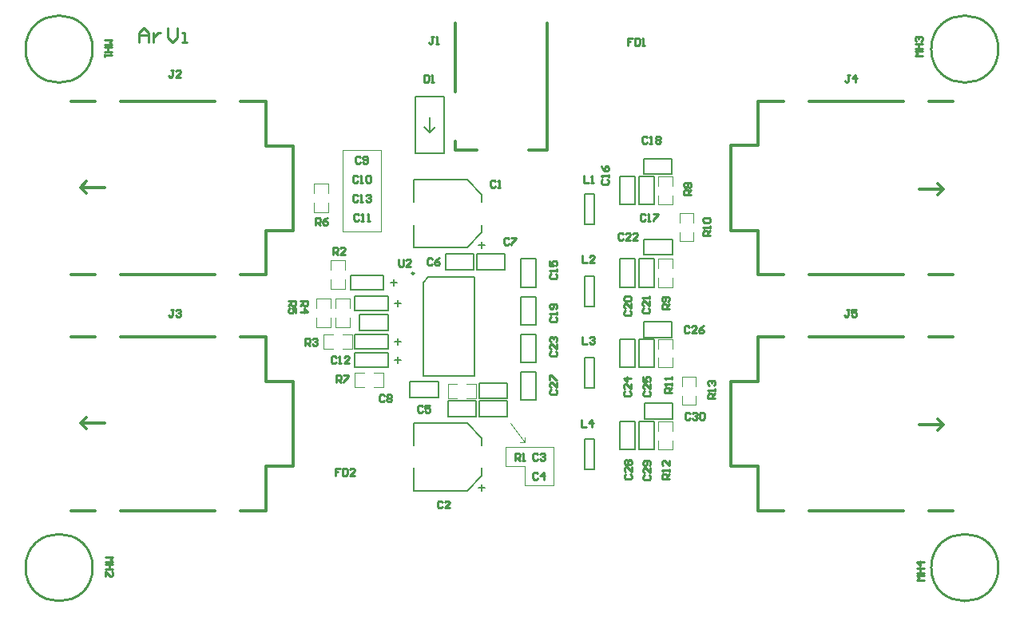
<source format=gto>
G04*
G04 #@! TF.GenerationSoftware,Altium Limited,Altium Designer,23.1.1 (15)*
G04*
G04 Layer_Color=65535*
%FSLAX24Y24*%
%MOIN*%
G70*
G04*
G04 #@! TF.SameCoordinates,52EA1FD8-E69D-4759-9217-C2292DA48D7E*
G04*
G04*
G04 #@! TF.FilePolarity,Positive*
G04*
G01*
G75*
%ADD10C,0.0098*%
%ADD11C,0.0100*%
%ADD12C,0.0118*%
%ADD13C,0.0079*%
%ADD14C,0.0069*%
%ADD15C,0.0049*%
%ADD16C,0.0059*%
D10*
X16772Y14262D02*
G03*
X16772Y14262I-39J0D01*
G01*
D11*
X3367Y23622D02*
G03*
X3367Y23622I-1399J0D01*
G01*
Y1969D02*
G03*
X3367Y1969I-1399J0D01*
G01*
X41163Y23622D02*
G03*
X41163Y23622I-1399J0D01*
G01*
Y1969D02*
G03*
X41163Y1969I-1399J0D01*
G01*
X5300Y23900D02*
Y24300D01*
X5500Y24500D01*
X5700Y24300D01*
Y23900D01*
Y24200D01*
X5300D01*
X5900Y24300D02*
Y23900D01*
Y24100D01*
X6000Y24200D01*
X6100Y24300D01*
X6200D01*
X6500Y24500D02*
Y24100D01*
X6700Y23900D01*
X6899Y24100D01*
Y24500D01*
X7099Y23900D02*
X7299D01*
X7199D01*
Y24300D01*
X7099D01*
X16150Y14850D02*
Y14600D01*
X16200Y14550D01*
X16300D01*
X16350Y14600D01*
Y14850D01*
X16650Y14550D02*
X16450D01*
X16650Y14750D01*
Y14800D01*
X16600Y14850D01*
X16500D01*
X16450Y14800D01*
X29350Y9025D02*
X29050D01*
Y9175D01*
X29100Y9225D01*
X29200D01*
X29250Y9175D01*
Y9025D01*
Y9125D02*
X29350Y9225D01*
Y9325D02*
Y9425D01*
Y9375D01*
X29050D01*
X29100Y9325D01*
Y9575D02*
X29050Y9625D01*
Y9725D01*
X29100Y9775D01*
X29150D01*
X29200Y9725D01*
Y9675D01*
Y9725D01*
X29250Y9775D01*
X29300D01*
X29350Y9725D01*
Y9625D01*
X29300Y9575D01*
X27433Y5688D02*
X27134D01*
Y5838D01*
X27183Y5888D01*
X27283D01*
X27333Y5838D01*
Y5688D01*
Y5788D02*
X27433Y5888D01*
Y5988D02*
Y6088D01*
Y6038D01*
X27134D01*
X27183Y5988D01*
X27433Y6438D02*
Y6238D01*
X27233Y6438D01*
X27183D01*
X27134Y6388D01*
Y6288D01*
X27183Y6238D01*
X27550Y9275D02*
X27250D01*
Y9425D01*
X27300Y9475D01*
X27400D01*
X27450Y9425D01*
Y9275D01*
Y9375D02*
X27550Y9475D01*
Y9575D02*
Y9675D01*
Y9625D01*
X27250D01*
X27300Y9575D01*
X27550Y9825D02*
Y9925D01*
Y9875D01*
X27250D01*
X27300Y9825D01*
X29150Y15825D02*
X28850D01*
Y15975D01*
X28900Y16025D01*
X29000D01*
X29050Y15975D01*
Y15825D01*
Y15925D02*
X29150Y16025D01*
Y16125D02*
Y16225D01*
Y16175D01*
X28850D01*
X28900Y16125D01*
Y16375D02*
X28850Y16425D01*
Y16525D01*
X28900Y16575D01*
X29100D01*
X29150Y16525D01*
Y16425D01*
X29100Y16375D01*
X28900D01*
X27433Y12782D02*
X27134D01*
Y12932D01*
X27183Y12982D01*
X27283D01*
X27333Y12932D01*
Y12782D01*
Y12882D02*
X27433Y12982D01*
X27383Y13081D02*
X27433Y13131D01*
Y13231D01*
X27383Y13281D01*
X27183D01*
X27134Y13231D01*
Y13131D01*
X27183Y13081D01*
X27233D01*
X27283Y13131D01*
Y13281D01*
X28350Y17550D02*
X28050D01*
Y17700D01*
X28100Y17750D01*
X28200D01*
X28250Y17700D01*
Y17550D01*
Y17650D02*
X28350Y17750D01*
X28100Y17850D02*
X28050Y17900D01*
Y18000D01*
X28100Y18050D01*
X28150D01*
X28200Y18000D01*
X28250Y18050D01*
X28300D01*
X28350Y18000D01*
Y17900D01*
X28300Y17850D01*
X28250D01*
X28200Y17900D01*
X28150Y17850D01*
X28100D01*
X28200Y17900D02*
Y18000D01*
X13550Y9700D02*
Y10000D01*
X13700D01*
X13750Y9950D01*
Y9850D01*
X13700Y9800D01*
X13550D01*
X13650D02*
X13750Y9700D01*
X13850Y10000D02*
X14050D01*
Y9950D01*
X13850Y9750D01*
Y9700D01*
X12680Y16284D02*
Y16584D01*
X12830D01*
X12880Y16534D01*
Y16434D01*
X12830Y16384D01*
X12680D01*
X12780D02*
X12880Y16284D01*
X13180Y16584D02*
X13080Y16534D01*
X12980Y16434D01*
Y16334D01*
X13030Y16284D01*
X13130D01*
X13180Y16334D01*
Y16384D01*
X13130Y16434D01*
X12980D01*
X11550Y13100D02*
X11850D01*
Y12950D01*
X11800Y12900D01*
X11700D01*
X11650Y12950D01*
Y13100D01*
Y13000D02*
X11550Y12900D01*
X11850Y12600D02*
Y12800D01*
X11700D01*
X11750Y12700D01*
Y12650D01*
X11700Y12600D01*
X11600D01*
X11550Y12650D01*
Y12750D01*
X11600Y12800D01*
X12050Y13100D02*
X12350D01*
Y12950D01*
X12300Y12900D01*
X12200D01*
X12150Y12950D01*
Y13100D01*
Y13000D02*
X12050Y12900D01*
Y12650D02*
X12350D01*
X12200Y12800D01*
Y12600D01*
X12250Y11250D02*
Y11550D01*
X12400D01*
X12450Y11500D01*
Y11400D01*
X12400Y11350D01*
X12250D01*
X12350D02*
X12450Y11250D01*
X12550Y11500D02*
X12600Y11550D01*
X12700D01*
X12750Y11500D01*
Y11450D01*
X12700Y11400D01*
X12650D01*
X12700D01*
X12750Y11350D01*
Y11300D01*
X12700Y11250D01*
X12600D01*
X12550Y11300D01*
X13400Y15050D02*
Y15350D01*
X13550D01*
X13600Y15300D01*
Y15200D01*
X13550Y15150D01*
X13400D01*
X13500D02*
X13600Y15050D01*
X13900D02*
X13700D01*
X13900Y15250D01*
Y15300D01*
X13850Y15350D01*
X13750D01*
X13700Y15300D01*
X21000Y6450D02*
Y6750D01*
X21150D01*
X21200Y6700D01*
Y6600D01*
X21150Y6550D01*
X21000D01*
X21100D02*
X21200Y6450D01*
X21300D02*
X21400D01*
X21350D01*
Y6750D01*
X21300Y6700D01*
X38063Y1451D02*
X37763D01*
X37863Y1550D01*
X37763Y1650D01*
X38063D01*
X37763Y1750D02*
X38063D01*
X37913D01*
Y1950D01*
X37763D01*
X38063D01*
Y2200D02*
X37763D01*
X37913Y2050D01*
Y2250D01*
X37985Y23340D02*
X37685D01*
X37785Y23440D01*
X37685Y23540D01*
X37985D01*
X37685Y23640D02*
X37985D01*
X37835D01*
Y23840D01*
X37685D01*
X37985D01*
X37735Y23940D02*
X37685Y23990D01*
Y24090D01*
X37735Y24140D01*
X37785D01*
X37835Y24090D01*
Y24040D01*
Y24090D01*
X37885Y24140D01*
X37935D01*
X37985Y24090D01*
Y23990D01*
X37935Y23940D01*
X3905Y2408D02*
X4205D01*
X4105Y2308D01*
X4205Y2208D01*
X3905D01*
X4205Y2108D02*
X3905D01*
X4055D01*
Y1908D01*
X4205D01*
X3905D01*
Y1608D02*
Y1808D01*
X4105Y1608D01*
X4155D01*
X4205Y1658D01*
Y1758D01*
X4155Y1808D01*
X3866Y24011D02*
X4166D01*
X4066Y23911D01*
X4166Y23811D01*
X3866D01*
X4166Y23711D02*
X3866D01*
X4016D01*
Y23511D01*
X4166D01*
X3866D01*
Y23412D02*
Y23312D01*
Y23362D01*
X4166D01*
X4116Y23412D01*
X23766Y8142D02*
Y7842D01*
X23966D01*
X24216D02*
Y8142D01*
X24066Y7992D01*
X24266D01*
X23805Y11607D02*
Y11307D01*
X24005D01*
X24105Y11557D02*
X24155Y11607D01*
X24255D01*
X24305Y11557D01*
Y11507D01*
X24255Y11457D01*
X24205D01*
X24255D01*
X24305Y11407D01*
Y11357D01*
X24255Y11307D01*
X24155D01*
X24105Y11357D01*
X23805Y14992D02*
Y14693D01*
X24005D01*
X24305D02*
X24105D01*
X24305Y14892D01*
Y14942D01*
X24255Y14992D01*
X24155D01*
X24105Y14942D01*
X23855Y18339D02*
Y18039D01*
X24055D01*
X24155D02*
X24255D01*
X24205D01*
Y18339D01*
X24155Y18289D01*
X34950Y12750D02*
X34850D01*
X34900D01*
Y12500D01*
X34850Y12450D01*
X34800D01*
X34750Y12500D01*
X35250Y12750D02*
X35050D01*
Y12600D01*
X35150Y12650D01*
X35200D01*
X35250Y12600D01*
Y12500D01*
X35200Y12450D01*
X35100D01*
X35050Y12500D01*
X34954Y22555D02*
X34854D01*
X34904D01*
Y22305D01*
X34854Y22255D01*
X34804D01*
X34754Y22305D01*
X35204Y22255D02*
Y22555D01*
X35054Y22405D01*
X35254D01*
X6750Y12750D02*
X6650D01*
X6700D01*
Y12500D01*
X6650Y12450D01*
X6600D01*
X6550Y12500D01*
X6850Y12700D02*
X6900Y12750D01*
X7000D01*
X7050Y12700D01*
Y12650D01*
X7000Y12600D01*
X6950D01*
X7000D01*
X7050Y12550D01*
Y12500D01*
X7000Y12450D01*
X6900D01*
X6850Y12500D01*
X6750Y22750D02*
X6650D01*
X6700D01*
Y22500D01*
X6650Y22450D01*
X6600D01*
X6550Y22500D01*
X7050Y22450D02*
X6850D01*
X7050Y22650D01*
Y22700D01*
X7000Y22750D01*
X6900D01*
X6850Y22700D01*
X17600Y24150D02*
X17500D01*
X17550D01*
Y23900D01*
X17500Y23850D01*
X17450D01*
X17400Y23900D01*
X17700Y23850D02*
X17800D01*
X17750D01*
Y24150D01*
X17700Y24100D01*
X13690Y6110D02*
X13490D01*
Y5960D01*
X13590D01*
X13490D01*
Y5810D01*
X13790Y6110D02*
Y5810D01*
X13940D01*
X13990Y5860D01*
Y6060D01*
X13940Y6110D01*
X13790D01*
X14290Y5810D02*
X14090D01*
X14290Y6010D01*
Y6060D01*
X14240Y6110D01*
X14140D01*
X14090Y6060D01*
X25885Y24078D02*
X25685D01*
Y23928D01*
X25785D01*
X25685D01*
Y23778D01*
X25985Y24078D02*
Y23778D01*
X26135D01*
X26185Y23828D01*
Y24028D01*
X26135Y24078D01*
X25985D01*
X26285Y23778D02*
X26385D01*
X26335D01*
Y24078D01*
X26285Y24028D01*
X17200Y22550D02*
Y22250D01*
X17350D01*
X17400Y22300D01*
Y22500D01*
X17350Y22550D01*
X17200D01*
X17500Y22250D02*
X17600D01*
X17550D01*
Y22550D01*
X17500Y22500D01*
X28300Y8400D02*
X28250Y8450D01*
X28150D01*
X28100Y8400D01*
Y8200D01*
X28150Y8150D01*
X28250D01*
X28300Y8200D01*
X28400Y8400D02*
X28450Y8450D01*
X28550D01*
X28600Y8400D01*
Y8350D01*
X28550Y8300D01*
X28500D01*
X28550D01*
X28600Y8250D01*
Y8200D01*
X28550Y8150D01*
X28450D01*
X28400Y8200D01*
X28700Y8400D02*
X28750Y8450D01*
X28850D01*
X28900Y8400D01*
Y8200D01*
X28850Y8150D01*
X28750D01*
X28700Y8200D01*
Y8400D01*
X26396Y5824D02*
X26346Y5774D01*
Y5674D01*
X26396Y5624D01*
X26596D01*
X26646Y5674D01*
Y5774D01*
X26596Y5824D01*
X26646Y6124D02*
Y5924D01*
X26446Y6124D01*
X26396D01*
X26346Y6074D01*
Y5974D01*
X26396Y5924D01*
X26596Y6224D02*
X26646Y6274D01*
Y6374D01*
X26596Y6423D01*
X26396D01*
X26346Y6374D01*
Y6274D01*
X26396Y6224D01*
X26446D01*
X26496Y6274D01*
Y6423D01*
X25609Y5863D02*
X25559Y5813D01*
Y5713D01*
X25609Y5663D01*
X25809D01*
X25859Y5713D01*
Y5813D01*
X25809Y5863D01*
X25859Y6163D02*
Y5963D01*
X25659Y6163D01*
X25609D01*
X25559Y6113D01*
Y6013D01*
X25609Y5963D01*
Y6263D02*
X25559Y6313D01*
Y6413D01*
X25609Y6463D01*
X25659D01*
X25709Y6413D01*
X25759Y6463D01*
X25809D01*
X25859Y6413D01*
Y6313D01*
X25809Y6263D01*
X25759D01*
X25709Y6313D01*
X25659Y6263D01*
X25609D01*
X25709Y6313D02*
Y6413D01*
X22500Y9400D02*
X22450Y9350D01*
Y9250D01*
X22500Y9200D01*
X22700D01*
X22750Y9250D01*
Y9350D01*
X22700Y9400D01*
X22750Y9700D02*
Y9500D01*
X22550Y9700D01*
X22500D01*
X22450Y9650D01*
Y9550D01*
X22500Y9500D01*
X22450Y9800D02*
Y10000D01*
X22500D01*
X22700Y9800D01*
X22750D01*
X28266Y12020D02*
X28216Y12070D01*
X28116D01*
X28066Y12020D01*
Y11820D01*
X28116Y11770D01*
X28216D01*
X28266Y11820D01*
X28566Y11770D02*
X28366D01*
X28566Y11970D01*
Y12020D01*
X28516Y12070D01*
X28416D01*
X28366Y12020D01*
X28866Y12070D02*
X28766Y12020D01*
X28666Y11920D01*
Y11820D01*
X28716Y11770D01*
X28816D01*
X28866Y11820D01*
Y11870D01*
X28816Y11920D01*
X28666D01*
X26396Y9328D02*
X26346Y9278D01*
Y9178D01*
X26396Y9128D01*
X26596D01*
X26646Y9178D01*
Y9278D01*
X26596Y9328D01*
X26646Y9628D02*
Y9428D01*
X26446Y9628D01*
X26396D01*
X26346Y9578D01*
Y9478D01*
X26396Y9428D01*
X26346Y9927D02*
Y9728D01*
X26496D01*
X26446Y9827D01*
Y9877D01*
X26496Y9927D01*
X26596D01*
X26646Y9877D01*
Y9777D01*
X26596Y9728D01*
X25569Y9328D02*
X25519Y9278D01*
Y9178D01*
X25569Y9128D01*
X25769D01*
X25819Y9178D01*
Y9278D01*
X25769Y9328D01*
X25819Y9628D02*
Y9428D01*
X25619Y9628D01*
X25569D01*
X25519Y9578D01*
Y9478D01*
X25569Y9428D01*
X25819Y9877D02*
X25519D01*
X25669Y9728D01*
Y9927D01*
X22500Y11000D02*
X22450Y10950D01*
Y10850D01*
X22500Y10800D01*
X22700D01*
X22750Y10850D01*
Y10950D01*
X22700Y11000D01*
X22750Y11300D02*
Y11100D01*
X22550Y11300D01*
X22500D01*
X22450Y11250D01*
Y11150D01*
X22500Y11100D01*
Y11400D02*
X22450Y11450D01*
Y11550D01*
X22500Y11600D01*
X22550D01*
X22600Y11550D01*
Y11500D01*
Y11550D01*
X22650Y11600D01*
X22700D01*
X22750Y11550D01*
Y11450D01*
X22700Y11400D01*
X25502Y15900D02*
X25452Y15950D01*
X25352D01*
X25302Y15900D01*
Y15700D01*
X25352Y15650D01*
X25452D01*
X25502Y15700D01*
X25802Y15650D02*
X25602D01*
X25802Y15850D01*
Y15900D01*
X25752Y15950D01*
X25652D01*
X25602Y15900D01*
X26102Y15650D02*
X25902D01*
X26102Y15850D01*
Y15900D01*
X26052Y15950D01*
X25952D01*
X25902Y15900D01*
X26357Y12803D02*
X26307Y12753D01*
Y12653D01*
X26357Y12603D01*
X26557D01*
X26607Y12653D01*
Y12753D01*
X26557Y12803D01*
X26607Y13103D02*
Y12903D01*
X26407Y13103D01*
X26357D01*
X26307Y13053D01*
Y12953D01*
X26357Y12903D01*
X26607Y13203D02*
Y13303D01*
Y13253D01*
X26307D01*
X26357Y13203D01*
X25600Y12700D02*
X25550Y12650D01*
Y12550D01*
X25600Y12500D01*
X25800D01*
X25850Y12550D01*
Y12650D01*
X25800Y12700D01*
X25850Y13000D02*
Y12800D01*
X25650Y13000D01*
X25600D01*
X25550Y12950D01*
Y12850D01*
X25600Y12800D01*
Y13100D02*
X25550Y13150D01*
Y13250D01*
X25600Y13300D01*
X25800D01*
X25850Y13250D01*
Y13150D01*
X25800Y13100D01*
X25600D01*
X22500Y12425D02*
X22450Y12375D01*
Y12275D01*
X22500Y12225D01*
X22700D01*
X22750Y12275D01*
Y12375D01*
X22700Y12425D01*
X22750Y12525D02*
Y12625D01*
Y12575D01*
X22450D01*
X22500Y12525D01*
X22700Y12775D02*
X22750Y12825D01*
Y12925D01*
X22700Y12975D01*
X22500D01*
X22450Y12925D01*
Y12825D01*
X22500Y12775D01*
X22550D01*
X22600Y12825D01*
Y12975D01*
X26513Y19923D02*
X26463Y19973D01*
X26363D01*
X26313Y19923D01*
Y19723D01*
X26363Y19673D01*
X26463D01*
X26513Y19723D01*
X26613Y19673D02*
X26713D01*
X26663D01*
Y19973D01*
X26613Y19923D01*
X26863D02*
X26913Y19973D01*
X27013D01*
X27063Y19923D01*
Y19873D01*
X27013Y19823D01*
X27063Y19773D01*
Y19723D01*
X27013Y19673D01*
X26913D01*
X26863Y19723D01*
Y19773D01*
X26913Y19823D01*
X26863Y19873D01*
Y19923D01*
X26913Y19823D02*
X27013D01*
X26425Y16700D02*
X26375Y16750D01*
X26275D01*
X26225Y16700D01*
Y16500D01*
X26275Y16450D01*
X26375D01*
X26425Y16500D01*
X26525Y16450D02*
X26625D01*
X26575D01*
Y16750D01*
X26525Y16700D01*
X26775Y16750D02*
X26975D01*
Y16700D01*
X26775Y16500D01*
Y16450D01*
X24650Y18175D02*
X24600Y18125D01*
Y18025D01*
X24650Y17975D01*
X24850D01*
X24900Y18025D01*
Y18125D01*
X24850Y18175D01*
X24900Y18275D02*
Y18375D01*
Y18325D01*
X24600D01*
X24650Y18275D01*
X24600Y18725D02*
X24650Y18625D01*
X24750Y18525D01*
X24850D01*
X24900Y18575D01*
Y18675D01*
X24850Y18725D01*
X24800D01*
X24750Y18675D01*
Y18525D01*
X22500Y14225D02*
X22450Y14175D01*
Y14075D01*
X22500Y14025D01*
X22700D01*
X22750Y14075D01*
Y14175D01*
X22700Y14225D01*
X22750Y14325D02*
Y14425D01*
Y14375D01*
X22450D01*
X22500Y14325D01*
X22450Y14775D02*
Y14575D01*
X22600D01*
X22550Y14675D01*
Y14725D01*
X22600Y14775D01*
X22700D01*
X22750Y14725D01*
Y14625D01*
X22700Y14575D01*
X14425Y17500D02*
X14375Y17550D01*
X14275D01*
X14225Y17500D01*
Y17300D01*
X14275Y17250D01*
X14375D01*
X14425Y17300D01*
X14525Y17250D02*
X14625D01*
X14575D01*
Y17550D01*
X14525Y17500D01*
X14775D02*
X14825Y17550D01*
X14925D01*
X14975Y17500D01*
Y17450D01*
X14925Y17400D01*
X14875D01*
X14925D01*
X14975Y17350D01*
Y17300D01*
X14925Y17250D01*
X14825D01*
X14775Y17300D01*
X13525Y10750D02*
X13475Y10800D01*
X13375D01*
X13325Y10750D01*
Y10550D01*
X13375Y10500D01*
X13475D01*
X13525Y10550D01*
X13625Y10500D02*
X13725D01*
X13675D01*
Y10800D01*
X13625Y10750D01*
X14075Y10500D02*
X13875D01*
X14075Y10700D01*
Y10750D01*
X14025Y10800D01*
X13925D01*
X13875Y10750D01*
X14475Y16700D02*
X14425Y16750D01*
X14325D01*
X14275Y16700D01*
Y16500D01*
X14325Y16450D01*
X14425D01*
X14475Y16500D01*
X14575Y16450D02*
X14675D01*
X14625D01*
Y16750D01*
X14575Y16700D01*
X14825Y16450D02*
X14925D01*
X14875D01*
Y16750D01*
X14825Y16700D01*
X14425Y18300D02*
X14375Y18350D01*
X14275D01*
X14225Y18300D01*
Y18100D01*
X14275Y18050D01*
X14375D01*
X14425Y18100D01*
X14525Y18050D02*
X14625D01*
X14575D01*
Y18350D01*
X14525Y18300D01*
X14775D02*
X14825Y18350D01*
X14925D01*
X14975Y18300D01*
Y18100D01*
X14925Y18050D01*
X14825D01*
X14775Y18100D01*
Y18300D01*
X14550Y19100D02*
X14500Y19150D01*
X14400D01*
X14350Y19100D01*
Y18900D01*
X14400Y18850D01*
X14500D01*
X14550Y18900D01*
X14650D02*
X14700Y18850D01*
X14800D01*
X14850Y18900D01*
Y19100D01*
X14800Y19150D01*
X14700D01*
X14650Y19100D01*
Y19050D01*
X14700Y19000D01*
X14850D01*
X15550Y9150D02*
X15500Y9200D01*
X15400D01*
X15350Y9150D01*
Y8950D01*
X15400Y8900D01*
X15500D01*
X15550Y8950D01*
X15650Y9150D02*
X15700Y9200D01*
X15800D01*
X15850Y9150D01*
Y9100D01*
X15800Y9050D01*
X15850Y9000D01*
Y8950D01*
X15800Y8900D01*
X15700D01*
X15650Y8950D01*
Y9000D01*
X15700Y9050D01*
X15650Y9100D01*
Y9150D01*
X15700Y9050D02*
X15800D01*
X20750Y15700D02*
X20700Y15750D01*
X20600D01*
X20550Y15700D01*
Y15500D01*
X20600Y15450D01*
X20700D01*
X20750Y15500D01*
X20850Y15750D02*
X21050D01*
Y15700D01*
X20850Y15500D01*
Y15450D01*
X17550Y14850D02*
X17500Y14900D01*
X17400D01*
X17350Y14850D01*
Y14650D01*
X17400Y14600D01*
X17500D01*
X17550Y14650D01*
X17850Y14900D02*
X17750Y14850D01*
X17650Y14750D01*
Y14650D01*
X17700Y14600D01*
X17800D01*
X17850Y14650D01*
Y14700D01*
X17800Y14750D01*
X17650D01*
X17150Y8700D02*
X17100Y8750D01*
X17000D01*
X16950Y8700D01*
Y8500D01*
X17000Y8450D01*
X17100D01*
X17150Y8500D01*
X17450Y8750D02*
X17250D01*
Y8600D01*
X17350Y8650D01*
X17400D01*
X17450Y8600D01*
Y8500D01*
X17400Y8450D01*
X17300D01*
X17250Y8500D01*
X21950Y5900D02*
X21900Y5950D01*
X21800D01*
X21750Y5900D01*
Y5700D01*
X21800Y5650D01*
X21900D01*
X21950Y5700D01*
X22200Y5650D02*
Y5950D01*
X22050Y5800D01*
X22250D01*
X21950Y6700D02*
X21900Y6750D01*
X21800D01*
X21750Y6700D01*
Y6500D01*
X21800Y6450D01*
X21900D01*
X21950Y6500D01*
X22050Y6700D02*
X22100Y6750D01*
X22200D01*
X22250Y6700D01*
Y6650D01*
X22200Y6600D01*
X22150D01*
X22200D01*
X22250Y6550D01*
Y6500D01*
X22200Y6450D01*
X22100D01*
X22050Y6500D01*
X17961Y4705D02*
X17911Y4755D01*
X17811D01*
X17761Y4705D01*
Y4506D01*
X17811Y4456D01*
X17911D01*
X17961Y4506D01*
X18261Y4456D02*
X18061D01*
X18261Y4656D01*
Y4705D01*
X18211Y4755D01*
X18111D01*
X18061Y4705D01*
X20178Y18100D02*
X20128Y18150D01*
X20028D01*
X19978Y18100D01*
Y17900D01*
X20028Y17850D01*
X20128D01*
X20178Y17900D01*
X20278Y17850D02*
X20378D01*
X20328D01*
Y18150D01*
X20278Y18100D01*
D12*
X38622Y7697D02*
X38858Y7933D01*
X38622Y8169D02*
X38858Y7933D01*
X37874D02*
X38858D01*
X31142Y4350D02*
Y6201D01*
Y9744D02*
Y11594D01*
X31102Y9744D02*
X31142D01*
X30000Y6201D02*
X31142D01*
X30000D02*
Y9744D01*
X31102D01*
X31142Y4350D02*
X32205D01*
X33268Y4350D02*
X37205D01*
X38268D02*
X39252D01*
X31142Y11594D02*
X32205D01*
X33268Y11594D02*
X37205D01*
X38268D02*
X39252D01*
X18504Y19399D02*
Y19783D01*
Y19399D02*
X19390D01*
X21555Y19409D02*
X22343D01*
Y24705D01*
X18504Y21850D02*
Y24705D01*
X2480Y14193D02*
X3465D01*
X4528D02*
X8465D01*
X9528Y14193D02*
X10591D01*
X2480Y21437D02*
X3465D01*
X4528D02*
X8465D01*
X9528Y21437D02*
X10591D01*
X10630Y16043D02*
X11732D01*
Y19587D01*
X10591D02*
X11732D01*
X10591Y16043D02*
X10630D01*
X10591Y14193D02*
Y16043D01*
Y19587D02*
Y21437D01*
X2874Y17854D02*
X3858D01*
X2874D02*
X3110Y17618D01*
X2874Y17854D02*
X3110Y18091D01*
X2480Y4350D02*
X3465D01*
X4528D02*
X8465D01*
X9528Y4350D02*
X10591D01*
X2480Y11594D02*
X3465D01*
X4528D02*
X8465D01*
X9528Y11594D02*
X10591D01*
X10630Y6201D02*
X11732D01*
Y9744D01*
X10591D02*
X11732D01*
X10591Y6201D02*
X10630D01*
X10591Y4350D02*
Y6201D01*
Y9744D02*
Y11594D01*
X2874Y8012D02*
X3858D01*
X2874D02*
X3110Y7776D01*
X2874Y8012D02*
X3110Y8248D01*
X38272Y21442D02*
X39256D01*
X33272D02*
X37208D01*
X31146Y21442D02*
X32208D01*
X38272Y14198D02*
X39256D01*
X33272D02*
X37208D01*
X31146Y14198D02*
X32208D01*
X30004Y19592D02*
X31106D01*
X30004Y16048D02*
Y19592D01*
Y16048D02*
X31146D01*
X31106Y19592D02*
X31146D01*
Y21442D01*
Y14198D02*
Y16048D01*
X37878Y17781D02*
X38862D01*
X38626Y18017D02*
X38862Y17781D01*
X38626Y17544D02*
X38862Y17781D01*
D13*
X38858Y7933D02*
Y7933D01*
X38858D01*
X19291Y9970D02*
Y14104D01*
X17165Y9970D02*
X19291D01*
X17382Y14104D02*
X19291D01*
X17165Y13888D02*
X17382Y14104D01*
X17165Y9970D02*
Y13888D01*
X19617Y5813D02*
Y6128D01*
X18987Y5183D02*
X19617Y5813D01*
X16783Y5183D02*
X18987D01*
X16783D02*
Y6128D01*
X19617Y7072D02*
Y7387D01*
X18987Y8017D02*
X19617Y7387D01*
X16783Y8017D02*
X18987D01*
X16783Y7072D02*
Y8017D01*
X17205Y20374D02*
X17441Y20138D01*
X17441D02*
X17677Y20374D01*
X17441Y20138D02*
Y20138D01*
Y20138D02*
Y20768D01*
X18032Y19272D02*
Y21634D01*
X16850Y19272D02*
X18032D01*
X16850D02*
Y21634D01*
X18032D01*
X16783Y17224D02*
Y18169D01*
X18987D01*
X19617Y17539D01*
Y17224D02*
Y17539D01*
X16783Y15335D02*
Y16280D01*
Y15335D02*
X18987D01*
X19617Y15965D01*
Y16280D01*
X14134Y14173D02*
X15512D01*
X14134Y13583D02*
Y14173D01*
Y13583D02*
X15512D01*
Y14173D01*
X14311Y13295D02*
X15689D01*
X14311Y12705D02*
Y13295D01*
Y12705D02*
X15689D01*
Y13295D01*
X14311Y11695D02*
X15689D01*
X14311Y11105D02*
Y11695D01*
Y11105D02*
X15689D01*
Y11695D01*
X14311Y10945D02*
X15689D01*
X14311Y10355D02*
Y10945D01*
Y10355D02*
X15689D01*
Y10945D01*
X23917Y17559D02*
X24311D01*
Y16299D02*
Y17559D01*
X23917Y16299D02*
X24311D01*
X23917D02*
Y17559D01*
Y12887D02*
Y14147D01*
Y12887D02*
X24311D01*
Y14147D01*
X23917D02*
X24311D01*
X23917Y10735D02*
X24311D01*
Y9475D02*
Y10735D01*
X23917Y9475D02*
X24311D01*
X23917D02*
Y10735D01*
Y6063D02*
Y7323D01*
Y6063D02*
X24311D01*
Y7323D01*
X23917D02*
X24311D01*
X2874Y17854D02*
X2874D01*
Y17854D01*
X2874Y8012D02*
X2874D01*
Y8012D01*
X38862Y17781D02*
X38862D01*
X38862Y17781D02*
Y17781D01*
D14*
X25364Y17126D02*
X26014D01*
X25364D02*
Y18307D01*
X26014Y17126D02*
Y18307D01*
X25364D02*
X26014D01*
X25364Y14862D02*
X26014D01*
Y13681D02*
Y14862D01*
X25364Y13681D02*
Y14862D01*
Y13681D02*
X26014D01*
X26381Y15029D02*
Y15679D01*
X27562D01*
X26381Y15029D02*
X27562D01*
Y15679D01*
X27549Y18399D02*
Y19048D01*
X26368Y18399D02*
X27549D01*
X26368Y19048D02*
X27549D01*
X26368Y18399D02*
Y19048D01*
X19488Y9026D02*
Y9675D01*
X20669D01*
X19488Y9026D02*
X20669D01*
Y9675D01*
X19488Y8278D02*
Y8927D01*
X20669D01*
X19488Y8278D02*
X20669D01*
Y8927D01*
X19370Y8278D02*
Y8927D01*
X18189Y8278D02*
X19370D01*
X18189Y8927D02*
X19370D01*
X18189Y8278D02*
Y8927D01*
X19272Y14419D02*
Y15069D01*
X18091Y14419D02*
X19272D01*
X18091Y15069D02*
X19272D01*
X18091Y14419D02*
Y15069D01*
X19390Y14419D02*
Y15069D01*
X20571D01*
X19390Y14419D02*
X20571D01*
Y15069D01*
X17791Y9075D02*
Y9725D01*
X16609Y9075D02*
X17791D01*
X16609Y9725D02*
X17791D01*
X16609Y9075D02*
Y9725D01*
X14505Y11875D02*
Y12525D01*
X15686D01*
X14505Y11875D02*
X15686D01*
Y12525D01*
X21230Y14862D02*
X21880D01*
Y13681D02*
Y14862D01*
X21230Y13681D02*
Y14862D01*
Y13681D02*
X21880D01*
X26152Y18307D02*
X26801D01*
Y17126D02*
Y18307D01*
X26152Y17126D02*
Y18307D01*
Y17126D02*
X26801D01*
X21230Y12106D02*
X21880D01*
X21230D02*
Y13287D01*
X21880Y12106D02*
Y13287D01*
X21230D02*
X21880D01*
X26152Y13681D02*
X26801D01*
X26152D02*
Y14862D01*
X26801Y13681D02*
Y14862D01*
X26152D02*
X26801D01*
X21230Y11713D02*
X21880D01*
Y10531D02*
Y11713D01*
X21230Y10531D02*
Y11713D01*
Y10531D02*
X21880D01*
X25364Y11516D02*
X26014D01*
Y10335D02*
Y11516D01*
X25364Y10335D02*
Y11516D01*
Y10335D02*
X26014D01*
X26152Y11516D02*
X26801D01*
Y10335D02*
Y11516D01*
X26152Y10335D02*
Y11516D01*
Y10335D02*
X26801D01*
X26359Y11575D02*
Y12225D01*
X27541D01*
X26359Y11575D02*
X27541D01*
Y12225D01*
X21230Y8957D02*
X21880D01*
X21230D02*
Y10138D01*
X21880Y8957D02*
Y10138D01*
X21230D02*
X21880D01*
X25364Y6890D02*
X26014D01*
X25364D02*
Y8071D01*
X26014Y6890D02*
Y8071D01*
X25364D02*
X26014D01*
X26152Y6890D02*
X26801D01*
X26152D02*
Y8071D01*
X26801Y6890D02*
Y8071D01*
X26152D02*
X26801D01*
X27568Y8176D02*
Y8826D01*
X26387Y8176D02*
X27568D01*
X26387Y8826D02*
X27568D01*
X26387Y8176D02*
Y8826D01*
D15*
X13800Y16000D02*
Y19400D01*
Y16000D02*
X15400D01*
Y19400D01*
X13800D02*
X15400D01*
X21200Y7200D02*
X21400D01*
Y7400D01*
X20800Y8000D02*
X21400Y7200D01*
X20600Y6200D02*
Y7000D01*
Y6200D02*
X21400D01*
Y5400D02*
Y6200D01*
Y5400D02*
X22600D01*
Y7000D01*
X20600D02*
X22600D01*
X18189Y9055D02*
X18583D01*
X18189D02*
Y9646D01*
X18583D01*
X18976Y9055D02*
X19370D01*
Y9646D01*
X18976D02*
X19370D01*
X13305Y14397D02*
Y14791D01*
X13895D01*
Y14397D02*
Y14791D01*
X13305Y13609D02*
Y14003D01*
Y13609D02*
X13895D01*
Y14003D01*
X13009Y11105D02*
X13403D01*
X13009D02*
Y11695D01*
X13403D01*
X13797Y11105D02*
X14191D01*
Y11695D01*
X13797D02*
X14191D01*
X13505Y12797D02*
Y13191D01*
X14095D01*
Y12797D02*
Y13191D01*
X13505Y12009D02*
Y12403D01*
Y12009D02*
X14095D01*
Y12403D01*
X13295Y12009D02*
Y12403D01*
X12705Y12009D02*
X13295D01*
X12705D02*
Y12403D01*
X13295Y12797D02*
Y13191D01*
X12705D02*
X13295D01*
X12705Y12797D02*
Y13191D01*
X12605Y17597D02*
Y17991D01*
X13195D01*
Y17597D02*
Y17991D01*
X12605Y16809D02*
Y17203D01*
Y16809D02*
X13195D01*
Y17203D01*
X15092Y10095D02*
X15486D01*
Y9505D02*
Y10095D01*
X15092Y9505D02*
X15486D01*
X14305Y10095D02*
X14698D01*
X14305Y9505D02*
Y10095D01*
Y9505D02*
X14698D01*
X26969Y17913D02*
Y18307D01*
X27559D01*
Y17913D02*
Y18307D01*
X26969Y17126D02*
Y17520D01*
Y17126D02*
X27559D01*
Y17520D01*
Y13681D02*
Y14075D01*
X26969Y13681D02*
X27559D01*
X26969D02*
Y14075D01*
X27559Y14468D02*
Y14862D01*
X26969D02*
X27559D01*
X26969Y14468D02*
Y14862D01*
X28445Y15591D02*
Y15984D01*
X27854Y15591D02*
X28445D01*
X27854D02*
Y15984D01*
X28445Y16378D02*
Y16772D01*
X27854D02*
X28445D01*
X27854Y16378D02*
Y16772D01*
X26969Y11122D02*
Y11516D01*
X27559D01*
Y11122D02*
Y11516D01*
X26969Y10335D02*
Y10728D01*
Y10335D02*
X27559D01*
Y10728D01*
Y6890D02*
Y7283D01*
X26969Y6890D02*
X27559D01*
X26969D02*
Y7283D01*
X27559Y7677D02*
Y8071D01*
X26969D02*
X27559D01*
X26969Y7677D02*
Y8071D01*
X28543Y8760D02*
Y9154D01*
X27953Y8760D02*
X28543D01*
X27953D02*
Y9154D01*
X28543Y9547D02*
Y9941D01*
X27953D02*
X28543D01*
X27953Y9547D02*
Y9941D01*
D16*
X19731Y5300D02*
X19469D01*
X19600Y5169D02*
Y5431D01*
X19731Y15452D02*
X19469D01*
X19600Y15321D02*
Y15583D01*
X16054Y13878D02*
X15792D01*
X15923Y13747D02*
Y14009D01*
X16231Y13000D02*
X15969D01*
X16100Y12869D02*
Y13131D01*
X16231Y11400D02*
X15969D01*
X16100Y11269D02*
Y11531D01*
X16231Y10650D02*
X15969D01*
X16100Y10519D02*
Y10781D01*
M02*

</source>
